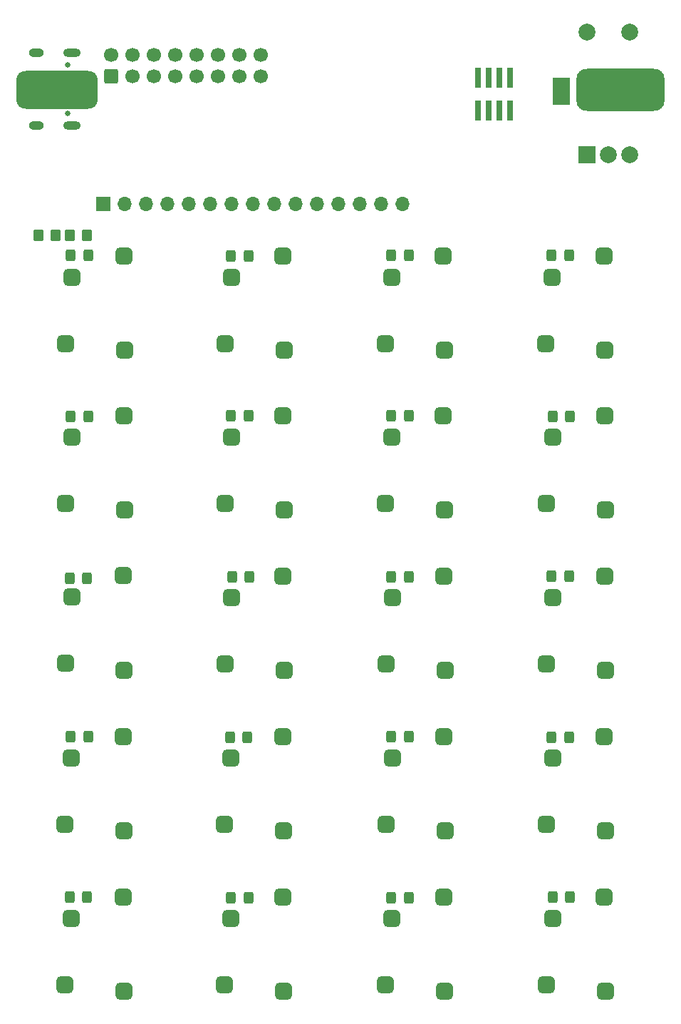
<source format=gbr>
%TF.GenerationSoftware,KiCad,Pcbnew,8.0.5-8.0.5-0~ubuntu22.04.1*%
%TF.CreationDate,2024-11-26T13:49:24+00:00*%
%TF.ProjectId,numcalcium,6e756d63-616c-4636-9975-6d2e6b696361,rev?*%
%TF.SameCoordinates,Original*%
%TF.FileFunction,Soldermask,Bot*%
%TF.FilePolarity,Negative*%
%FSLAX46Y46*%
G04 Gerber Fmt 4.6, Leading zero omitted, Abs format (unit mm)*
G04 Created by KiCad (PCBNEW 8.0.5-8.0.5-0~ubuntu22.04.1) date 2024-11-26 13:49:24*
%MOMM*%
%LPD*%
G01*
G04 APERTURE LIST*
G04 Aperture macros list*
%AMRoundRect*
0 Rectangle with rounded corners*
0 $1 Rounding radius*
0 $2 $3 $4 $5 $6 $7 $8 $9 X,Y pos of 4 corners*
0 Add a 4 corners polygon primitive as box body*
4,1,4,$2,$3,$4,$5,$6,$7,$8,$9,$2,$3,0*
0 Add four circle primitives for the rounded corners*
1,1,$1+$1,$2,$3*
1,1,$1+$1,$4,$5*
1,1,$1+$1,$6,$7*
1,1,$1+$1,$8,$9*
0 Add four rect primitives between the rounded corners*
20,1,$1+$1,$2,$3,$4,$5,0*
20,1,$1+$1,$4,$5,$6,$7,0*
20,1,$1+$1,$6,$7,$8,$9,0*
20,1,$1+$1,$8,$9,$2,$3,0*%
G04 Aperture macros list end*
%ADD10RoundRect,0.250000X-0.325000X-0.450000X0.325000X-0.450000X0.325000X0.450000X-0.325000X0.450000X0*%
%ADD11RoundRect,0.500000X-0.500000X-0.500000X0.500000X-0.500000X0.500000X0.500000X-0.500000X0.500000X0*%
%ADD12RoundRect,0.250000X-0.350000X-0.450000X0.350000X-0.450000X0.350000X0.450000X-0.350000X0.450000X0*%
%ADD13R,2.000000X2.000000*%
%ADD14C,2.000000*%
%ADD15R,2.000000X3.200000*%
%ADD16RoundRect,0.250000X0.600000X-0.600000X0.600000X0.600000X-0.600000X0.600000X-0.600000X-0.600000X0*%
%ADD17C,1.700000*%
%ADD18R,1.700000X1.700000*%
%ADD19O,1.700000X1.700000*%
%ADD20C,0.650000*%
%ADD21O,2.100000X1.000000*%
%ADD22O,1.800000X1.000000*%
%ADD23RoundRect,1.125000X3.725000X1.125000X-3.725000X1.125000X-3.725000X-1.125000X3.725000X-1.125000X0*%
%ADD24RoundRect,1.250000X4.000000X1.250000X-4.000000X1.250000X-4.000000X-1.250000X4.000000X-1.250000X0*%
%ADD25R,0.740000X2.400000*%
G04 APERTURE END LIST*
D10*
%TO.C,D6*%
X24890246Y-57812154D03*
X26940246Y-57812154D03*
%TD*%
%TO.C,D13*%
X5967246Y-19712154D03*
X8017246Y-19712154D03*
%TD*%
%TO.C,D20*%
X63117246Y-535154D03*
X65167246Y-535154D03*
%TD*%
D11*
%TO.C,SW15*%
X50250246Y-19585154D03*
X50350246Y-30800154D03*
X43350246Y-30000154D03*
X44100246Y-22125154D03*
%TD*%
D10*
%TO.C,D10*%
X25144246Y-38762154D03*
X27194246Y-38762154D03*
%TD*%
D12*
%TO.C,R1*%
X2157246Y1827046D03*
X4157246Y1827046D03*
%TD*%
D11*
%TO.C,SW6*%
X31155246Y-57684154D03*
X31255246Y-68899154D03*
X24255246Y-68099154D03*
X25005246Y-60224154D03*
%TD*%
%TO.C,SW1*%
X12190246Y-76735154D03*
X12290246Y-87950154D03*
X5290246Y-87150154D03*
X6040246Y-79275154D03*
%TD*%
%TO.C,SW16*%
X69427246Y-19585154D03*
X69527246Y-30800154D03*
X62527246Y-30000154D03*
X63277246Y-22125154D03*
%TD*%
%TO.C,SW18*%
X31200246Y-662154D03*
X31300246Y-11877154D03*
X24300246Y-11077154D03*
X25050246Y-3202154D03*
%TD*%
%TO.C,SW17*%
X12277246Y-662154D03*
X12377246Y-11877154D03*
X5377246Y-11077154D03*
X6127246Y-3202154D03*
%TD*%
D13*
%TO.C,SW21*%
X67360246Y11395846D03*
D14*
X72360246Y11395846D03*
X69860246Y11395846D03*
D15*
X64260246Y18895846D03*
X75460246Y18895846D03*
D14*
X72360246Y25895846D03*
X67360246Y25895846D03*
%TD*%
D16*
%TO.C,J1*%
X10767846Y20673846D03*
D17*
X10767846Y23213846D03*
X13307846Y20673846D03*
X13307846Y23213846D03*
X15847846Y20673846D03*
X15847846Y23213846D03*
X18387846Y20673846D03*
X18387846Y23213846D03*
X20927846Y20673846D03*
X20927846Y23213846D03*
X23467846Y20673846D03*
X23467846Y23213846D03*
X26007846Y20673846D03*
X26007846Y23213846D03*
X28547846Y20673846D03*
X28547846Y23213846D03*
%TD*%
D11*
%TO.C,SW14*%
X31200246Y-19585154D03*
X31300246Y-30800154D03*
X24300246Y-30000154D03*
X25050246Y-22125154D03*
%TD*%
%TO.C,SW10*%
X31200246Y-38634154D03*
X31300246Y-49849154D03*
X24300246Y-49049154D03*
X25050246Y-41174154D03*
%TD*%
D18*
%TO.C,IPC1*%
X9853446Y5535446D03*
D19*
X12393446Y5535446D03*
X14933446Y5535446D03*
X17473446Y5535446D03*
X20013446Y5535446D03*
X22553446Y5535446D03*
X25093446Y5535446D03*
X27633446Y5535446D03*
X30173446Y5535446D03*
X32713446Y5535446D03*
X35253446Y5535446D03*
X37793446Y5535446D03*
X40333446Y5535446D03*
X42873446Y5535446D03*
X45413446Y5535446D03*
%TD*%
D11*
%TO.C,SW3*%
X50290246Y-76735154D03*
X50390246Y-87950154D03*
X43390246Y-87150154D03*
X44140246Y-79275154D03*
%TD*%
%TO.C,SW20*%
X69340246Y-662154D03*
X69440246Y-11877154D03*
X62440246Y-11077154D03*
X63190246Y-3202154D03*
%TD*%
D12*
%TO.C,D25*%
X5872246Y1827046D03*
X7872246Y1827046D03*
%TD*%
D11*
%TO.C,SW2*%
X31167246Y-76735154D03*
X31267246Y-87950154D03*
X24267246Y-87150154D03*
X25017246Y-79275154D03*
%TD*%
%TO.C,SW9*%
X12217246Y-38600154D03*
X12317246Y-49815154D03*
X5317246Y-49015154D03*
X6067246Y-41140154D03*
%TD*%
D10*
%TO.C,D7*%
X44067246Y-57685154D03*
X46117246Y-57685154D03*
%TD*%
%TO.C,D9*%
X5840246Y-38889154D03*
X7890246Y-38889154D03*
%TD*%
%TO.C,D5*%
X5967246Y-57685154D03*
X8017246Y-57685154D03*
%TD*%
D11*
%TO.C,SW4*%
X69394246Y-76735154D03*
X69494246Y-87950154D03*
X62494246Y-87150154D03*
X63244246Y-79275154D03*
%TD*%
%TO.C,SW11*%
X50332246Y-38634154D03*
X50432246Y-49849154D03*
X43432246Y-49049154D03*
X44182246Y-41174154D03*
%TD*%
%TO.C,SW13*%
X12277246Y-19585154D03*
X12377246Y-30800154D03*
X5377246Y-30000154D03*
X6127246Y-22125154D03*
%TD*%
D10*
%TO.C,D18*%
X25017246Y-662154D03*
X27067246Y-662154D03*
%TD*%
D11*
%TO.C,SW5*%
X12190246Y-57685154D03*
X12290246Y-68900154D03*
X5290246Y-68100154D03*
X6040246Y-60225154D03*
%TD*%
%TO.C,SW19*%
X50250246Y-662154D03*
X50350246Y-11877154D03*
X43350246Y-11077154D03*
X44100246Y-3202154D03*
%TD*%
D10*
%TO.C,D11*%
X44067246Y-38762154D03*
X46117246Y-38762154D03*
%TD*%
%TO.C,D3*%
X44067246Y-76862154D03*
X46117246Y-76862154D03*
%TD*%
%TO.C,D4*%
X63235246Y-76735154D03*
X65285246Y-76735154D03*
%TD*%
%TO.C,D16*%
X63244246Y-19712154D03*
X65294246Y-19712154D03*
%TD*%
%TO.C,D14*%
X25017246Y-19585154D03*
X27067246Y-19585154D03*
%TD*%
D20*
%TO.C,J2*%
X5594246Y22037846D03*
X5594246Y16257846D03*
D21*
X6094246Y23467846D03*
D22*
X1914246Y23467846D03*
D21*
X6094246Y14827846D03*
D22*
X1914246Y14827846D03*
%TD*%
D11*
%TO.C,SW8*%
X69382246Y-57684154D03*
X69482246Y-68899154D03*
X62482246Y-68099154D03*
X63232246Y-60224154D03*
%TD*%
%TO.C,SW7*%
X50332246Y-57684154D03*
X50432246Y-68899154D03*
X43432246Y-68099154D03*
X44182246Y-60224154D03*
%TD*%
D23*
%TO.C,BT1*%
X4333246Y19063846D03*
D24*
X71333246Y19063846D03*
%TD*%
D10*
%TO.C,D19*%
X44067246Y-535154D03*
X46117246Y-535154D03*
%TD*%
%TO.C,D17*%
X5967246Y-535154D03*
X8017246Y-535154D03*
%TD*%
%TO.C,D15*%
X44067246Y-19585154D03*
X46117246Y-19585154D03*
%TD*%
D11*
%TO.C,SW12*%
X69427246Y-38635154D03*
X69527246Y-49850154D03*
X62527246Y-49050154D03*
X63277246Y-41175154D03*
%TD*%
D10*
%TO.C,D1*%
X5839246Y-76810154D03*
X7889246Y-76810154D03*
%TD*%
%TO.C,D12*%
X63117246Y-38635154D03*
X65167246Y-38635154D03*
%TD*%
%TO.C,D2*%
X25017246Y-76862154D03*
X27067246Y-76862154D03*
%TD*%
D25*
%TO.C,J3*%
X58164246Y16570646D03*
X58164246Y20470646D03*
X56894246Y16570646D03*
X56894246Y20470646D03*
X55624246Y16570646D03*
X55624246Y20470646D03*
X54354246Y16570646D03*
X54354246Y20470646D03*
%TD*%
D10*
%TO.C,D8*%
X63117246Y-57812154D03*
X65167246Y-57812154D03*
%TD*%
M02*

</source>
